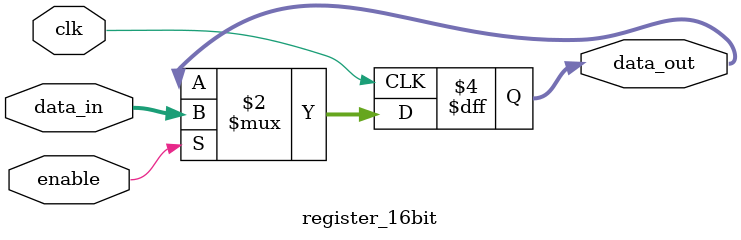
<source format=v>

module register_16bit (
	input clk,
	input enable,
	input [15:0] data_in,
	output reg [15:0] data_out
);
	always @(posedge clk) begin
		if (enable) begin
			data_out <= data_in;
		end 
	end
	
endmodule
</source>
